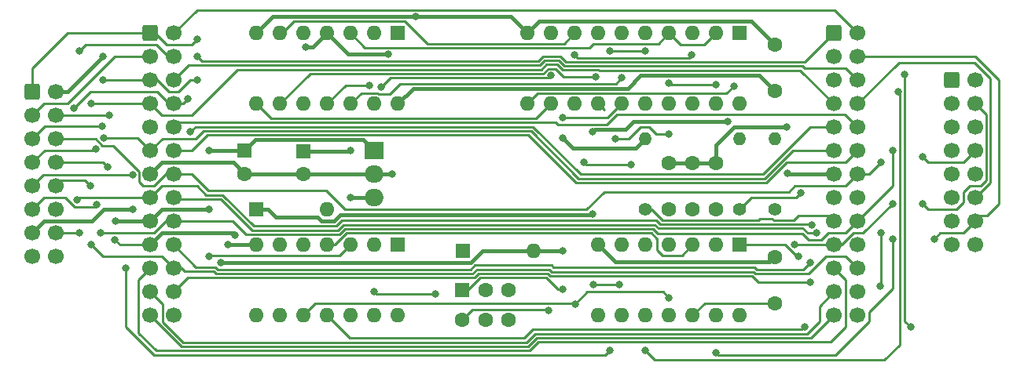
<source format=gbr>
%TF.GenerationSoftware,KiCad,Pcbnew,7.0.8-7.0.8~ubuntu23.04.1*%
%TF.CreationDate,2023-10-12T07:19:43+02:00*%
%TF.ProjectId,databoard_5048,64617461-626f-4617-9264-5f353034382e,rev?*%
%TF.SameCoordinates,Original*%
%TF.FileFunction,Copper,L2,Bot*%
%TF.FilePolarity,Positive*%
%FSLAX46Y46*%
G04 Gerber Fmt 4.6, Leading zero omitted, Abs format (unit mm)*
G04 Created by KiCad (PCBNEW 7.0.8-7.0.8~ubuntu23.04.1) date 2023-10-12 07:19:43*
%MOMM*%
%LPD*%
G01*
G04 APERTURE LIST*
G04 Aperture macros list*
%AMRoundRect*
0 Rectangle with rounded corners*
0 $1 Rounding radius*
0 $2 $3 $4 $5 $6 $7 $8 $9 X,Y pos of 4 corners*
0 Add a 4 corners polygon primitive as box body*
4,1,4,$2,$3,$4,$5,$6,$7,$8,$9,$2,$3,0*
0 Add four circle primitives for the rounded corners*
1,1,$1+$1,$2,$3*
1,1,$1+$1,$4,$5*
1,1,$1+$1,$6,$7*
1,1,$1+$1,$8,$9*
0 Add four rect primitives between the rounded corners*
20,1,$1+$1,$2,$3,$4,$5,0*
20,1,$1+$1,$4,$5,$6,$7,0*
20,1,$1+$1,$6,$7,$8,$9,0*
20,1,$1+$1,$8,$9,$2,$3,0*%
G04 Aperture macros list end*
%TA.AperFunction,ComponentPad*%
%ADD10R,1.600000X1.600000*%
%TD*%
%TA.AperFunction,ComponentPad*%
%ADD11C,1.600000*%
%TD*%
%TA.AperFunction,ComponentPad*%
%ADD12R,2.000000X1.905000*%
%TD*%
%TA.AperFunction,ComponentPad*%
%ADD13O,2.000000X1.905000*%
%TD*%
%TA.AperFunction,ComponentPad*%
%ADD14O,1.600000X1.600000*%
%TD*%
%TA.AperFunction,ComponentPad*%
%ADD15C,1.400000*%
%TD*%
%TA.AperFunction,ComponentPad*%
%ADD16O,1.400000X1.400000*%
%TD*%
%TA.AperFunction,ComponentPad*%
%ADD17RoundRect,0.250000X-0.600000X-0.600000X0.600000X-0.600000X0.600000X0.600000X-0.600000X0.600000X0*%
%TD*%
%TA.AperFunction,ComponentPad*%
%ADD18C,1.700000*%
%TD*%
%TA.AperFunction,ViaPad*%
%ADD19C,0.800000*%
%TD*%
%TA.AperFunction,Conductor*%
%ADD20C,0.250000*%
%TD*%
%TA.AperFunction,Conductor*%
%ADD21C,0.400000*%
%TD*%
G04 APERTURE END LIST*
D10*
%TO.P,C1,1*%
%TO.N,+12V*%
X71120000Y-83820000D03*
D11*
%TO.P,C1,2*%
%TO.N,GND*%
X71120000Y-86320000D03*
%TD*%
D12*
%TO.P,U1,1,IN*%
%TO.N,+12V*%
X85090000Y-83820000D03*
D13*
%TO.P,U1,2,GND*%
%TO.N,GND*%
X85090000Y-86360000D03*
%TO.P,U1,3,OUT*%
%TO.N,+5V*%
X85090000Y-88900000D03*
%TD*%
D10*
%TO.P,U5,1,~{CLR}*%
%TO.N,Net-(U5A-~{CLR})*%
X124460000Y-71120000D03*
D14*
%TO.P,U5,2,J*%
%TO.N,Net-(U5A-J)*%
X121920000Y-71120000D03*
%TO.P,U5,3,C*%
%TO.N,Net-(U3A-OUT)*%
X119380000Y-71120000D03*
%TO.P,U5,4,K*%
%TO.N,Net-(U5A-J)*%
X116840000Y-71120000D03*
%TO.P,U5,5,Q*%
%TO.N,Net-(SW1B-A)*%
X114300000Y-71120000D03*
%TO.P,U5,6,Q*%
%TO.N,Net-(U5B-Q)*%
X111760000Y-71120000D03*
%TO.P,U5,7,K*%
%TO.N,Net-(U5B-J)*%
X109220000Y-71120000D03*
%TO.P,U5,8,C*%
%TO.N,Net-(U5B-C)*%
X106680000Y-71120000D03*
%TO.P,U5,9,J*%
%TO.N,Net-(U5B-J)*%
X104140000Y-71120000D03*
%TO.P,U5,10,GND*%
%TO.N,GND*%
X101600000Y-71120000D03*
%TO.P,U5,11,~{PRE}*%
%TO.N,Net-(U5A-~{CLR})*%
X101600000Y-78740000D03*
%TO.P,U5,12,J*%
%TO.N,Net-(U5C-J)*%
X104140000Y-78740000D03*
%TO.P,U5,13,C*%
%TO.N,Net-(U3D-OUT)*%
X106680000Y-78740000D03*
%TO.P,U5,14,K*%
%TO.N,Net-(SW1A-C)*%
X109220000Y-78740000D03*
%TO.P,U5,15,Q*%
%TO.N,Net-(SW1A-A)*%
X111760000Y-78740000D03*
%TO.P,U5,16,Q*%
%TO.N,Net-(U5B-J)*%
X114300000Y-78740000D03*
%TO.P,U5,17,K*%
%TO.N,Net-(SW1B-C)*%
X116840000Y-78740000D03*
%TO.P,U5,18,C*%
%TO.N,Net-(U5B-C)*%
X119380000Y-78740000D03*
%TO.P,U5,19,J*%
%TO.N,Net-(SW1B-C)*%
X121920000Y-78740000D03*
%TO.P,U5,20,VCC*%
%TO.N,+5V*%
X124460000Y-78740000D03*
%TD*%
D10*
%TO.P,D2,1,K*%
%TO.N,-12V*%
X72390000Y-90170000D03*
D14*
%TO.P,D2,2,A*%
%TO.N,Net-(D2-A)*%
X80010000Y-90170000D03*
%TD*%
D15*
%TO.P,R2,1*%
%TO.N,/3_+12V*%
X114300000Y-90170000D03*
D16*
%TO.P,R2,2*%
%TO.N,+12V*%
X114300000Y-82550000D03*
%TD*%
D10*
%TO.P,SW1,1,A*%
%TO.N,Net-(SW1A-A)*%
X94568000Y-98908000D03*
D11*
%TO.P,SW1,2,B*%
%TO.N,Net-(SW1A-B)*%
X97068000Y-98908000D03*
%TO.P,SW1,3,C*%
%TO.N,Net-(SW1A-C)*%
X99568000Y-98908000D03*
%TO.P,SW1,4,A*%
%TO.N,Net-(SW1B-A)*%
X94568000Y-102108000D03*
%TO.P,SW1,5,B*%
%TO.N,Net-(SW1B-B)*%
X97068000Y-102108000D03*
%TO.P,SW1,6,C*%
%TO.N,Net-(SW1B-C)*%
X99568000Y-102108000D03*
%TD*%
D15*
%TO.P,R1,1*%
%TO.N,+5V*%
X128270000Y-90170000D03*
D16*
%TO.P,R1,2*%
%TO.N,Net-(U5A-~{CLR})*%
X128270000Y-82550000D03*
%TD*%
D17*
%TO.P,J2,1,Pin_1*%
%TO.N,/1_1*%
X48260000Y-77470000D03*
D18*
%TO.P,J2,2,Pin_2*%
%TO.N,+12V*%
X50800000Y-77470000D03*
%TO.P,J2,3,Pin_3*%
%TO.N,/1_3*%
X48260000Y-80010000D03*
%TO.P,J2,4,Pin_4*%
%TO.N,-12V*%
X50800000Y-80010000D03*
%TO.P,J2,5,Pin_5*%
%TO.N,/1_5*%
X48260000Y-82550000D03*
%TO.P,J2,6,Pin_6*%
%TO.N,/1_6*%
X50800000Y-82550000D03*
%TO.P,J2,7,Pin_7*%
%TO.N,/1_7*%
X48260000Y-85090000D03*
%TO.P,J2,8,Pin_8*%
%TO.N,/1_8*%
X50800000Y-85090000D03*
%TO.P,J2,9,Pin_9*%
%TO.N,/1_9*%
X48260000Y-87630000D03*
%TO.P,J2,10,Pin_10*%
%TO.N,/1_10*%
X50800000Y-87630000D03*
%TO.P,J2,11,Pin_11*%
%TO.N,/1_11*%
X48260000Y-90170000D03*
%TO.P,J2,12,Pin_12*%
%TO.N,/1_12*%
X50800000Y-90170000D03*
%TO.P,J2,13,Pin_13*%
%TO.N,GND*%
X48260000Y-92710000D03*
%TO.P,J2,14,Pin_14*%
%TO.N,/1_14*%
X50800000Y-92710000D03*
%TO.P,J2,15,Pin_15*%
%TO.N,/1_15*%
X48260000Y-95250000D03*
%TO.P,J2,16,Pin_16*%
%TO.N,unconnected-(J2-Pin_16-Pad16)*%
X50800000Y-95250000D03*
%TD*%
D11*
%TO.P,C7,1*%
%TO.N,Net-(U3A-ENABLE)*%
X121920000Y-90130000D03*
%TO.P,C7,2*%
%TO.N,GND*%
X121920000Y-85130000D03*
%TD*%
D17*
%TO.P,J4,1,Pin_1*%
%TO.N,/1_1*%
X147320000Y-76200000D03*
D18*
%TO.P,J4,2,Pin_2*%
%TO.N,/3_+12V*%
X149860000Y-76200000D03*
%TO.P,J4,3,Pin_3*%
%TO.N,/3_3*%
X147320000Y-78740000D03*
%TO.P,J4,4,Pin_4*%
%TO.N,/3_4*%
X149860000Y-78740000D03*
%TO.P,J4,5,Pin_5*%
%TO.N,/3_5*%
X147320000Y-81280000D03*
%TO.P,J4,6,Pin_6*%
%TO.N,/1_6*%
X149860000Y-81280000D03*
%TO.P,J4,7,Pin_7*%
%TO.N,/1_7*%
X147320000Y-83820000D03*
%TO.P,J4,8,Pin_8*%
%TO.N,/1_8*%
X149860000Y-83820000D03*
%TO.P,J4,9,Pin_9*%
%TO.N,/1_9*%
X147320000Y-86360000D03*
%TO.P,J4,10,Pin_10*%
%TO.N,/1_10*%
X149860000Y-86360000D03*
%TO.P,J4,11,Pin_11*%
%TO.N,/1_11*%
X147320000Y-88900000D03*
%TO.P,J4,12,Pin_12*%
%TO.N,/3_12*%
X149860000Y-88900000D03*
%TO.P,J4,13,Pin_13*%
%TO.N,GND*%
X147320000Y-91440000D03*
%TO.P,J4,14,Pin_14*%
%TO.N,/3_14*%
X149860000Y-91440000D03*
%TO.P,J4,15,Pin_15*%
%TO.N,/1_15*%
X147320000Y-93980000D03*
%TO.P,J4,16,Pin_16*%
%TO.N,unconnected-(J4-Pin_16-Pad16)*%
X149860000Y-93980000D03*
%TD*%
D15*
%TO.P,R3,1*%
%TO.N,/3_4*%
X124460000Y-90170000D03*
D16*
%TO.P,R3,2*%
%TO.N,-12V*%
X124460000Y-82550000D03*
%TD*%
D10*
%TO.P,U3,1,E-*%
%TO.N,/3_12*%
X124460000Y-93980000D03*
D14*
%TO.P,U3,2,ENABLE*%
%TO.N,Net-(U3A-ENABLE)*%
X121920000Y-93980000D03*
%TO.P,U3,3,OUT*%
%TO.N,Net-(U3A-OUT)*%
X119380000Y-93980000D03*
%TO.P,U3,4,E-*%
%TO.N,/1_3*%
X116840000Y-93980000D03*
%TO.P,U3,5,ENABLE*%
%TO.N,Net-(U3B-ENABLE)*%
X114300000Y-93980000D03*
%TO.P,U3,6,OUT*%
%TO.N,Net-(SW1A-C)*%
X111760000Y-93980000D03*
%TO.P,U3,7,GND*%
%TO.N,GND*%
X109220000Y-93980000D03*
%TO.P,U3,8,OUT*%
%TO.N,Net-(SW1B-C)*%
X109220000Y-101600000D03*
%TO.P,U3,9,ENABLE*%
%TO.N,Net-(U3C-ENABLE)*%
X111760000Y-101600000D03*
%TO.P,U3,10,E-*%
%TO.N,/3_5*%
X114300000Y-101600000D03*
%TO.P,U3,11,OUT*%
%TO.N,Net-(U3D-OUT)*%
X116840000Y-101600000D03*
%TO.P,U3,12,ENABLE*%
%TO.N,Net-(U3D-ENABLE)*%
X119380000Y-101600000D03*
%TO.P,U3,13,E-*%
%TO.N,/3_14*%
X121920000Y-101600000D03*
%TO.P,U3,14,VCC*%
%TO.N,+5V*%
X124460000Y-101600000D03*
%TD*%
D10*
%TO.P,U2,1*%
%TO.N,+5V*%
X87635000Y-71130000D03*
D14*
%TO.P,U2,2*%
%TO.N,Net-(U2-Pad11)*%
X85095000Y-71130000D03*
%TO.P,U2,3*%
%TO.N,Net-(U5A-J)*%
X82555000Y-71130000D03*
%TO.P,U2,4*%
%TO.N,+5V*%
X80015000Y-71130000D03*
%TO.P,U2,5*%
%TO.N,Net-(U3A-OUT)*%
X77475000Y-71130000D03*
%TO.P,U2,6*%
%TO.N,Net-(U5B-C)*%
X74935000Y-71130000D03*
%TO.P,U2,7,GND*%
%TO.N,GND*%
X72395000Y-71130000D03*
%TO.P,U2,8*%
%TO.N,Net-(U5C-J)*%
X72395000Y-78750000D03*
%TO.P,U2,9*%
%TO.N,Net-(SW1A-C)*%
X74935000Y-78750000D03*
%TO.P,U2,10*%
%TO.N,+5V*%
X77475000Y-78750000D03*
%TO.P,U2,11*%
%TO.N,Net-(U2-Pad11)*%
X80015000Y-78750000D03*
%TO.P,U2,12*%
%TO.N,Net-(U5B-Q)*%
X82555000Y-78750000D03*
%TO.P,U2,13*%
%TO.N,Net-(U5B-J)*%
X85095000Y-78750000D03*
%TO.P,U2,14,VCC*%
%TO.N,+5V*%
X87635000Y-78750000D03*
%TD*%
D17*
%TO.P,J3,1,Pin_1*%
%TO.N,/1_1*%
X134620000Y-71120000D03*
D18*
%TO.P,J3,2,Pin_2*%
%TO.N,/2_2*%
X137160000Y-71120000D03*
%TO.P,J3,3,Pin_3*%
%TO.N,/3_3*%
X134620000Y-73660000D03*
%TO.P,J3,4,Pin_4*%
%TO.N,/3_14*%
X137160000Y-73660000D03*
%TO.P,J3,5,Pin_5*%
%TO.N,/3_5*%
X134620000Y-76200000D03*
%TO.P,J3,6,Pin_6*%
%TO.N,/2_6*%
X137160000Y-76200000D03*
%TO.P,J3,7,Pin_7*%
%TO.N,/1_7*%
X134620000Y-78740000D03*
%TO.P,J3,8,Pin_8*%
%TO.N,/3_12*%
X137160000Y-78740000D03*
%TO.P,J3,9,Pin_9*%
%TO.N,/1_9*%
X134620000Y-81280000D03*
%TO.P,J3,10,Pin_10*%
%TO.N,/2_10*%
X137160000Y-81280000D03*
%TO.P,J3,11,Pin_11*%
%TO.N,/1_11*%
X134620000Y-83820000D03*
%TO.P,J3,12,Pin_12*%
%TO.N,/2_12*%
X137160000Y-83820000D03*
%TO.P,J3,13,Pin_13*%
%TO.N,GND*%
X134620000Y-86360000D03*
%TO.P,J3,14,Pin_14*%
%TO.N,/1_6*%
X137160000Y-86360000D03*
%TO.P,J3,15,Pin_15*%
%TO.N,/1_15*%
X134620000Y-88900000D03*
%TO.P,J3,16,Pin_16*%
%TO.N,/2_16*%
X137160000Y-88900000D03*
%TO.P,J3,17,Pin_17*%
%TO.N,/3_+12V*%
X134620000Y-91440000D03*
%TO.P,J3,18,Pin_18*%
%TO.N,/1_8*%
X137160000Y-91440000D03*
%TO.P,J3,19,Pin_19*%
%TO.N,/3_4*%
X134620000Y-93980000D03*
%TO.P,J3,20,Pin_20*%
%TO.N,/2_20*%
X137160000Y-93980000D03*
%TO.P,J3,21,Pin_21*%
%TO.N,/2_21*%
X134620000Y-96520000D03*
%TO.P,J3,22,Pin_22*%
%TO.N,/1_10*%
X137160000Y-96520000D03*
%TO.P,J3,23,Pin_23*%
%TO.N,/2_23*%
X134620000Y-99060000D03*
%TO.P,J3,24,Pin_24*%
%TO.N,/2_24*%
X137160000Y-99060000D03*
%TO.P,J3,25,Pin_25*%
%TO.N,/2_25*%
X134620000Y-101600000D03*
%TO.P,J3,26,Pin_26*%
%TO.N,unconnected-(J3-Pin_26-Pad26)*%
X137160000Y-101600000D03*
%TD*%
D10*
%TO.P,C2,1*%
%TO.N,+5V*%
X77470000Y-83860000D03*
D11*
%TO.P,C2,2*%
%TO.N,GND*%
X77470000Y-86360000D03*
%TD*%
D17*
%TO.P,J1,1,Pin_1*%
%TO.N,/1_1*%
X60960000Y-71120000D03*
D18*
%TO.P,J1,2,Pin_2*%
%TO.N,/2_2*%
X63500000Y-71120000D03*
%TO.P,J1,3,Pin_3*%
%TO.N,/1_3*%
X60960000Y-73660000D03*
%TO.P,J1,4,Pin_4*%
%TO.N,/1_14*%
X63500000Y-73660000D03*
%TO.P,J1,5,Pin_5*%
%TO.N,/1_5*%
X60960000Y-76200000D03*
%TO.P,J1,6,Pin_6*%
%TO.N,/2_6*%
X63500000Y-76200000D03*
%TO.P,J1,7,Pin_7*%
%TO.N,/1_7*%
X60960000Y-78740000D03*
%TO.P,J1,8,Pin_8*%
%TO.N,/1_12*%
X63500000Y-78740000D03*
%TO.P,J1,9,Pin_9*%
%TO.N,/1_9*%
X60960000Y-81280000D03*
%TO.P,J1,10,Pin_10*%
%TO.N,/2_10*%
X63500000Y-81280000D03*
%TO.P,J1,11,Pin_11*%
%TO.N,/1_11*%
X60960000Y-83820000D03*
%TO.P,J1,12,Pin_12*%
%TO.N,/2_12*%
X63500000Y-83820000D03*
%TO.P,J1,13,Pin_13*%
%TO.N,GND*%
X60960000Y-86360000D03*
%TO.P,J1,14,Pin_14*%
%TO.N,/1_6*%
X63500000Y-86360000D03*
%TO.P,J1,15,Pin_15*%
%TO.N,/1_15*%
X60960000Y-88900000D03*
%TO.P,J1,16,Pin_16*%
%TO.N,/2_16*%
X63500000Y-88900000D03*
%TO.P,J1,17,Pin_17*%
%TO.N,+12V*%
X60960000Y-91440000D03*
%TO.P,J1,18,Pin_18*%
%TO.N,/1_8*%
X63500000Y-91440000D03*
%TO.P,J1,19,Pin_19*%
%TO.N,-12V*%
X60960000Y-93980000D03*
%TO.P,J1,20,Pin_20*%
%TO.N,/2_20*%
X63500000Y-93980000D03*
%TO.P,J1,21,Pin_21*%
%TO.N,/2_21*%
X60960000Y-96520000D03*
%TO.P,J1,22,Pin_22*%
%TO.N,/1_10*%
X63500000Y-96520000D03*
%TO.P,J1,23,Pin_23*%
%TO.N,/2_23*%
X60960000Y-99060000D03*
%TO.P,J1,24,Pin_24*%
%TO.N,/2_24*%
X63500000Y-99060000D03*
%TO.P,J1,25,Pin_25*%
%TO.N,/2_25*%
X60960000Y-101600000D03*
%TO.P,J1,26,Pin_26*%
%TO.N,unconnected-(J1-Pin_26-Pad26)*%
X63500000Y-101600000D03*
%TD*%
D11*
%TO.P,C5,1*%
%TO.N,Net-(U3D-ENABLE)*%
X128270000Y-100290000D03*
%TO.P,C5,2*%
%TO.N,GND*%
X128270000Y-95290000D03*
%TD*%
%TO.P,C6,1*%
%TO.N,Net-(U3C-ENABLE)*%
X119380000Y-90130000D03*
%TO.P,C6,2*%
%TO.N,GND*%
X119380000Y-85130000D03*
%TD*%
%TO.P,C3,1*%
%TO.N,+5V*%
X128270000Y-77390000D03*
%TO.P,C3,2*%
%TO.N,GND*%
X128270000Y-72390000D03*
%TD*%
%TO.P,C4,1*%
%TO.N,Net-(U3B-ENABLE)*%
X116840000Y-90130000D03*
%TO.P,C4,2*%
%TO.N,GND*%
X116840000Y-85130000D03*
%TD*%
D10*
%TO.P,U4,1,VDD-*%
%TO.N,Net-(D2-A)*%
X87630000Y-93980000D03*
D14*
%TO.P,U4,2*%
%TO.N,Net-(SW1B-B)*%
X85090000Y-93980000D03*
%TO.P,U4,3*%
%TO.N,/1_5*%
X82550000Y-93980000D03*
%TO.P,U4,4*%
%TO.N,Net-(U3A-OUT)*%
X80010000Y-93980000D03*
%TO.P,U4,5*%
X77470000Y-93980000D03*
%TO.P,U4,6*%
%TO.N,/1_12*%
X74930000Y-93980000D03*
%TO.P,U4,7,VSS*%
%TO.N,GND*%
X72390000Y-93980000D03*
%TO.P,U4,8*%
%TO.N,/1_14*%
X72390000Y-101600000D03*
%TO.P,U4,9*%
%TO.N,Net-(U3D-OUT)*%
X74930000Y-101600000D03*
%TO.P,U4,10*%
X77470000Y-101600000D03*
%TO.P,U4,11*%
%TO.N,/3_3*%
X80010000Y-101600000D03*
%TO.P,U4,12*%
%TO.N,Net-(SW1A-B)*%
X82550000Y-101600000D03*
%TO.P,U4,13*%
X85090000Y-101600000D03*
%TO.P,U4,14,VDD*%
%TO.N,Net-(D1-K)*%
X87630000Y-101600000D03*
%TD*%
D10*
%TO.P,D1,1,K*%
%TO.N,Net-(D1-K)*%
X94615000Y-94615000D03*
D14*
%TO.P,D1,2,A*%
%TO.N,+12V*%
X102235000Y-94615000D03*
%TD*%
D19*
%TO.N,GND*%
X69342000Y-93980000D03*
X129623594Y-86263829D03*
X59055000Y-90170000D03*
X89565969Y-69342000D03*
X129569500Y-81250512D03*
X86995000Y-86360000D03*
%TO.N,+12V*%
X105410000Y-82460000D03*
X55880000Y-73660000D03*
X67310000Y-90170000D03*
X68535291Y-95911000D03*
X67310000Y-83820000D03*
X57240000Y-91440004D03*
X105410000Y-94615000D03*
%TO.N,-12V*%
X108585000Y-90635000D03*
X56515000Y-80010000D03*
X123190000Y-80645000D03*
X108585000Y-81788000D03*
X57150000Y-93435000D03*
X70104000Y-92964000D03*
%TO.N,/1_1*%
X66040000Y-73660000D03*
X66040000Y-71755000D03*
%TO.N,/1_3*%
X110489990Y-105410000D03*
X58330000Y-96520000D03*
%TO.N,/1_14*%
X53340000Y-73025000D03*
X53340000Y-92710000D03*
%TO.N,/1_5*%
X67310000Y-95250000D03*
X55797515Y-81145283D03*
X66040000Y-76200000D03*
X55880000Y-76200000D03*
%TO.N,/1_7*%
X54610000Y-78740000D03*
X55148913Y-83640000D03*
%TO.N,/1_12*%
X52705000Y-79248000D03*
X65024000Y-78232000D03*
%TO.N,/1_9*%
X59058531Y-86420573D03*
X65278000Y-81788000D03*
%TO.N,/1_11*%
X55996352Y-82436828D03*
X55155000Y-89625000D03*
%TO.N,/1_6*%
X139700000Y-85090000D03*
%TO.N,/1_15*%
X132211113Y-91815808D03*
X53086000Y-89154000D03*
%TO.N,/2_16*%
X132715000Y-92710000D03*
%TO.N,/1_8*%
X144145000Y-84455000D03*
X140970000Y-83820000D03*
X56388000Y-85598000D03*
X55626002Y-92710000D03*
%TO.N,/2_20*%
X132080000Y-95885000D03*
%TO.N,/1_10*%
X54610000Y-93980000D03*
X54520000Y-87630000D03*
%TO.N,/2_24*%
X132080000Y-98044000D03*
%TO.N,/3_3*%
X142875000Y-102870000D03*
X131445000Y-102849000D03*
X142240000Y-75565000D03*
%TO.N,/3_14*%
X140970000Y-93345000D03*
X121920002Y-105664000D03*
X145415000Y-93345000D03*
%TO.N,/3_5*%
X114300000Y-105410000D03*
X141515000Y-77470000D03*
%TO.N,/3_12*%
X130810000Y-95250000D03*
%TO.N,/3_4*%
X140970000Y-89535000D03*
X130347325Y-93979300D03*
X131064000Y-88392000D03*
X144145000Y-89535000D03*
%TO.N,/3_+12V*%
X139610000Y-98425000D03*
X139700000Y-92710000D03*
%TO.N,+5V*%
X82550000Y-83820000D03*
X77724000Y-72644000D03*
X86614000Y-73406000D03*
X82550000Y-88900000D03*
%TO.N,Net-(U5A-~{CLR})*%
X123825000Y-76835000D03*
%TO.N,Net-(SW1A-C)*%
X108992641Y-75840000D03*
X108712000Y-98298000D03*
X111506000Y-98298000D03*
%TO.N,Net-(SW1B-C)*%
X116840000Y-82005000D03*
X116840000Y-76492000D03*
X111035000Y-82550000D03*
X121920000Y-76708000D03*
%TO.N,Net-(U3D-OUT)*%
X106720767Y-100367000D03*
X116840000Y-99695000D03*
%TO.N,Net-(SW1B-B)*%
X91698653Y-99318653D03*
X85090000Y-99060000D03*
%TO.N,Net-(SW1B-A)*%
X103886000Y-101092000D03*
X112776000Y-85344000D03*
X107696000Y-85090000D03*
%TO.N,Net-(U5B-Q)*%
X111760000Y-75946000D03*
%TO.N,Net-(U5B-J)*%
X110490000Y-73025000D03*
X114300000Y-73025000D03*
X104140000Y-75692000D03*
X85836968Y-76938031D03*
%TO.N,Net-(U5B-C)*%
X119307474Y-73495000D03*
X106680000Y-73443000D03*
%TO.N,Net-(SW1A-A)*%
X105410000Y-80264000D03*
X105410000Y-98806000D03*
%TO.N,Net-(U2-Pad11)*%
X84582000Y-76751000D03*
%TD*%
D20*
%TO.N,Net-(U3D-OUT)*%
X116840000Y-99695000D02*
X116205000Y-99060000D01*
X116205000Y-99060000D02*
X108027767Y-99060000D01*
X108027767Y-99060000D02*
X106720767Y-100367000D01*
%TO.N,/1_6*%
X109855000Y-88265000D02*
X129784695Y-88265000D01*
X81922500Y-90177500D02*
X107942500Y-90177500D01*
X130419695Y-87630000D02*
X135890000Y-87630000D01*
X65406396Y-86360000D02*
X67184396Y-88138000D01*
X63500000Y-86360000D02*
X65406396Y-86360000D01*
D21*
%TO.N,-12V*%
X108440000Y-90780000D02*
X108585000Y-90635000D01*
D20*
%TO.N,/1_6*%
X67184396Y-88138000D02*
X79883000Y-88138000D01*
X79883000Y-88138000D02*
X81922500Y-90177500D01*
X135890000Y-87630000D02*
X137160000Y-86360000D01*
X107942500Y-90177500D02*
X109855000Y-88265000D01*
D21*
%TO.N,-12V*%
X74470000Y-90980000D02*
X78959028Y-90980000D01*
X72390000Y-90170000D02*
X73660000Y-90170000D01*
X78959028Y-90980000D02*
X79409028Y-91430000D01*
X79409028Y-91430000D02*
X80782000Y-91430000D01*
X73660000Y-90170000D02*
X74470000Y-90980000D01*
D20*
%TO.N,/1_6*%
X129784695Y-88265000D02*
X130419695Y-87630000D01*
D21*
%TO.N,-12V*%
X80782000Y-91430000D02*
X81432000Y-90780000D01*
X81432000Y-90780000D02*
X108440000Y-90780000D01*
D20*
%TO.N,/1_15*%
X60960000Y-88900000D02*
X62230000Y-87630000D01*
X72115380Y-91955000D02*
X80999462Y-91955000D01*
X62230000Y-87630000D02*
X66040000Y-87630000D01*
X66040000Y-87630000D02*
X66998000Y-88588000D01*
X66998000Y-88588000D02*
X68748380Y-88588000D01*
X68748380Y-88588000D02*
X72115380Y-91955000D01*
X132140305Y-91745000D02*
X132211113Y-91815808D01*
X80999462Y-91955000D02*
X81594462Y-91360000D01*
X115879188Y-91745000D02*
X132140305Y-91745000D01*
X81594462Y-91360000D02*
X115494188Y-91360000D01*
X115494188Y-91360000D02*
X115879188Y-91745000D01*
D21*
%TO.N,GND*%
X62230000Y-85090000D02*
X69890000Y-85090000D01*
X77470000Y-86360000D02*
X71160000Y-86360000D01*
X60960000Y-86360000D02*
X62230000Y-85090000D01*
X121920000Y-85130000D02*
X121920000Y-83185000D01*
X123854488Y-81250512D02*
X129569500Y-81250512D01*
X101600000Y-71120000D02*
X102870000Y-69850000D01*
X99805000Y-69325000D02*
X101600000Y-71120000D01*
X111092129Y-95852129D02*
X127707871Y-95852129D01*
X125730000Y-69850000D02*
X128270000Y-72390000D01*
X69890000Y-85090000D02*
X71120000Y-86320000D01*
X55929652Y-90170000D02*
X54659652Y-91440000D01*
X129719765Y-86360000D02*
X129623594Y-86263829D01*
X127707871Y-95852129D02*
X128270000Y-95290000D01*
X54659652Y-91440000D02*
X49530000Y-91440000D01*
X121920000Y-83185000D02*
X123854488Y-81250512D01*
X72395000Y-71130000D02*
X74200000Y-69325000D01*
X74200000Y-69325000D02*
X99805000Y-69325000D01*
X134620000Y-86360000D02*
X129719765Y-86360000D01*
X71160000Y-86360000D02*
X71120000Y-86320000D01*
X102870000Y-69850000D02*
X125730000Y-69850000D01*
X85090000Y-86360000D02*
X86995000Y-86360000D01*
X72390000Y-93980000D02*
X69342000Y-93980000D01*
X109220000Y-93980000D02*
X111092129Y-95852129D01*
X49530000Y-91440000D02*
X48260000Y-92710000D01*
X85090000Y-86360000D02*
X77470000Y-86360000D01*
X59055000Y-90170000D02*
X55929652Y-90170000D01*
X116840000Y-85130000D02*
X121920000Y-85130000D01*
D20*
%TO.N,Net-(U3D-ENABLE)*%
X119380000Y-101600000D02*
X120690000Y-100290000D01*
X120690000Y-100290000D02*
X128270000Y-100290000D01*
D21*
%TO.N,+12V*%
X60960000Y-91440000D02*
X62230000Y-90170000D01*
X95493350Y-95911000D02*
X68535291Y-95911000D01*
X52070000Y-77470000D02*
X55880000Y-73660000D01*
X50800000Y-77470000D02*
X52070000Y-77470000D01*
X102235000Y-94615000D02*
X105410000Y-94615000D01*
X113284000Y-83566000D02*
X106516000Y-83566000D01*
X102235000Y-94615000D02*
X96789350Y-94615000D01*
X72290000Y-82650000D02*
X83920000Y-82650000D01*
X71120000Y-83820000D02*
X67310000Y-83820000D01*
X106516000Y-83566000D02*
X105410000Y-82460000D01*
X62230000Y-90170000D02*
X67310000Y-90170000D01*
X57240004Y-91440000D02*
X57240000Y-91440004D01*
X96789350Y-94615000D02*
X95493350Y-95911000D01*
X71120000Y-83820000D02*
X72290000Y-82650000D01*
X60960000Y-91440000D02*
X57240004Y-91440000D01*
X83920000Y-82650000D02*
X85090000Y-83820000D01*
X114300000Y-82550000D02*
X113284000Y-83566000D01*
%TO.N,-12V*%
X108859000Y-81514000D02*
X108585000Y-81788000D01*
X60960000Y-93980000D02*
X62230000Y-92710000D01*
D20*
X50800000Y-80010000D02*
X55635305Y-80010000D01*
X60960000Y-93980000D02*
X57695000Y-93980000D01*
D21*
X62230000Y-92710000D02*
X69850000Y-92710000D01*
X69850000Y-92710000D02*
X70104000Y-92964000D01*
X112162396Y-81514000D02*
X108859000Y-81514000D01*
X123190000Y-80645000D02*
X113031396Y-80645000D01*
X113031396Y-80645000D02*
X112162396Y-81514000D01*
D20*
X57695000Y-93980000D02*
X57150000Y-93435000D01*
X55635305Y-80010000D02*
X56515000Y-80010000D01*
%TO.N,/1_1*%
X134620000Y-71120000D02*
X131520000Y-74220000D01*
X60960000Y-71120000D02*
X52070000Y-71120000D01*
X103280507Y-73617000D02*
X102751507Y-74146000D01*
X109665738Y-74215000D02*
X105759231Y-74215000D01*
X48260000Y-74930000D02*
X48260000Y-77470000D01*
X105161231Y-73617000D02*
X103280507Y-73617000D01*
X131520000Y-74220000D02*
X109670738Y-74220000D01*
X102751507Y-74146000D02*
X66526000Y-74146000D01*
X52070000Y-71120000D02*
X48260000Y-74930000D01*
X105759231Y-74215000D02*
X105161231Y-73617000D01*
X66040000Y-71755000D02*
X65405000Y-72390000D01*
X66526000Y-74146000D02*
X66040000Y-73660000D01*
X65405000Y-72390000D02*
X62738000Y-72390000D01*
X61468000Y-71120000D02*
X60960000Y-71120000D01*
X62738000Y-72390000D02*
X61468000Y-71120000D01*
X109670738Y-74220000D02*
X109665738Y-74215000D01*
%TO.N,/2_2*%
X134657000Y-68617000D02*
X66003000Y-68617000D01*
X137160000Y-71120000D02*
X134657000Y-68617000D01*
X66003000Y-68617000D02*
X63500000Y-71120000D01*
%TO.N,/1_3*%
X57150000Y-73660000D02*
X60960000Y-73660000D01*
X58330000Y-102870000D02*
X58330000Y-96520000D01*
X49530000Y-78740000D02*
X52070000Y-78740000D01*
X110489990Y-105410000D02*
X109981990Y-105918000D01*
X109981990Y-105918000D02*
X61378000Y-105918000D01*
X48260000Y-80010000D02*
X49530000Y-78740000D01*
X52070000Y-78740000D02*
X57150000Y-73660000D01*
X61378000Y-105918000D02*
X58330000Y-102870000D01*
%TO.N,/1_14*%
X62865000Y-73660000D02*
X61595000Y-72390000D01*
X53340000Y-92710000D02*
X50800000Y-92710000D01*
X63500000Y-73660000D02*
X62865000Y-73660000D01*
X61595000Y-72390000D02*
X53975000Y-72390000D01*
X53975000Y-72390000D02*
X53340000Y-73025000D01*
%TO.N,/1_5*%
X81370000Y-95160000D02*
X82550000Y-93980000D01*
X49612827Y-81197173D02*
X55745625Y-81197173D01*
X65278000Y-76200000D02*
X64008000Y-77470000D01*
X61722000Y-76200000D02*
X60960000Y-76200000D01*
X60960000Y-76200000D02*
X55880000Y-76200000D01*
X67400000Y-95160000D02*
X81370000Y-95160000D01*
X55745625Y-81197173D02*
X55797515Y-81145283D01*
X62992000Y-77470000D02*
X61722000Y-76200000D01*
X48260000Y-82550000D02*
X49612827Y-81197173D01*
X66040000Y-76200000D02*
X65278000Y-76200000D01*
X64008000Y-77470000D02*
X62992000Y-77470000D01*
X67310000Y-95250000D02*
X67400000Y-95160000D01*
%TO.N,/2_6*%
X102937903Y-74596000D02*
X103466903Y-74067000D01*
X135890000Y-74930000D02*
X137160000Y-76200000D01*
X104974835Y-74067000D02*
X105572835Y-74665000D01*
X65104000Y-74596000D02*
X102937903Y-74596000D01*
X63500000Y-76200000D02*
X65104000Y-74596000D01*
X103466903Y-74067000D02*
X104974835Y-74067000D01*
X105572835Y-74665000D02*
X109479342Y-74665000D01*
X109479342Y-74665000D02*
X109484342Y-74670000D01*
X109484342Y-74670000D02*
X131186396Y-74670000D01*
X131446396Y-74930000D02*
X135890000Y-74930000D01*
X131186396Y-74670000D02*
X131446396Y-74930000D01*
%TO.N,/1_7*%
X104788439Y-74517000D02*
X105386439Y-75115000D01*
X60960000Y-78740000D02*
X54610000Y-78740000D01*
X62230000Y-80010000D02*
X65405000Y-80010000D01*
X65405000Y-80010000D02*
X70369000Y-75046000D01*
X48260000Y-85090000D02*
X49583863Y-83766137D01*
X103653299Y-74517000D02*
X104788439Y-74517000D01*
X109292946Y-75115000D02*
X109297946Y-75120000D01*
X60960000Y-78740000D02*
X62230000Y-80010000D01*
X105386439Y-75115000D02*
X109292946Y-75115000D01*
X109297946Y-75120000D02*
X131000000Y-75120000D01*
X49583863Y-83766137D02*
X55022776Y-83766137D01*
X103124299Y-75046000D02*
X103653299Y-74517000D01*
X131000000Y-75120000D02*
X134620000Y-78740000D01*
X70369000Y-75046000D02*
X103124299Y-75046000D01*
X55022776Y-83766137D02*
X55148913Y-83640000D01*
%TO.N,/1_12*%
X64516000Y-78740000D02*
X65024000Y-78232000D01*
X61722000Y-77470000D02*
X54483000Y-77470000D01*
X62992000Y-78740000D02*
X61722000Y-77470000D01*
X54483000Y-77470000D02*
X52705000Y-79248000D01*
X63500000Y-78740000D02*
X62992000Y-78740000D01*
X63500000Y-78740000D02*
X64516000Y-78740000D01*
%TO.N,/1_9*%
X107315000Y-86360000D02*
X102180000Y-81225000D01*
X127000000Y-86360000D02*
X107315000Y-86360000D01*
X49469427Y-86420573D02*
X59058531Y-86420573D01*
X48260000Y-87630000D02*
X49469427Y-86420573D01*
X134620000Y-81280000D02*
X132080000Y-81280000D01*
X65841000Y-81225000D02*
X65278000Y-81788000D01*
X102180000Y-81225000D02*
X65841000Y-81225000D01*
X132080000Y-81280000D02*
X127000000Y-86360000D01*
%TO.N,/2_10*%
X104641695Y-80775000D02*
X64005000Y-80775000D01*
X135800000Y-79920000D02*
X111216396Y-79920000D01*
X64005000Y-80775000D02*
X63500000Y-81280000D01*
X111216396Y-79920000D02*
X110147396Y-80989000D01*
X137160000Y-81280000D02*
X135800000Y-79920000D01*
X104855695Y-80989000D02*
X104641695Y-80775000D01*
X110147396Y-80989000D02*
X104855695Y-80989000D01*
%TO.N,/1_11*%
X65832305Y-82513000D02*
X66670305Y-81675000D01*
X60960000Y-83820000D02*
X62267000Y-82513000D01*
X101993604Y-81675000D02*
X107128604Y-86810000D01*
X54901000Y-89879000D02*
X55155000Y-89625000D01*
X130176396Y-83820000D02*
X134620000Y-83820000D01*
X49530000Y-88900000D02*
X51806695Y-88900000D01*
X51806695Y-88900000D02*
X52785695Y-89879000D01*
X127186396Y-86810000D02*
X130176396Y-83820000D01*
X107128604Y-86810000D02*
X127186396Y-86810000D01*
X60960000Y-83820000D02*
X59576828Y-82436828D01*
X66670305Y-81675000D02*
X101993604Y-81675000D01*
X48260000Y-90170000D02*
X49530000Y-88900000D01*
X59576828Y-82436828D02*
X55996352Y-82436828D01*
X62267000Y-82513000D02*
X65832305Y-82513000D01*
X52785695Y-89879000D02*
X54901000Y-89879000D01*
%TO.N,/2_12*%
X101683000Y-82125000D02*
X106818000Y-87260000D01*
X106818000Y-87260000D02*
X127372792Y-87260000D01*
X65405000Y-83820000D02*
X67100000Y-82125000D01*
X67100000Y-82125000D02*
X101683000Y-82125000D01*
X129542792Y-85090000D02*
X135890000Y-85090000D01*
X63500000Y-83820000D02*
X65405000Y-83820000D01*
X135890000Y-85090000D02*
X137160000Y-83820000D01*
X127372792Y-87260000D02*
X129542792Y-85090000D01*
%TO.N,/1_6*%
X62650000Y-86360000D02*
X63500000Y-86360000D01*
X61380000Y-87630000D02*
X62650000Y-86360000D01*
X138430000Y-86360000D02*
X137160000Y-86360000D01*
X55809218Y-83275000D02*
X56938263Y-83275000D01*
X50800000Y-82550000D02*
X55084218Y-82550000D01*
X56938263Y-83275000D02*
X59783531Y-86120268D01*
X139700000Y-85090000D02*
X138430000Y-86360000D01*
X60198000Y-87630000D02*
X61380000Y-87630000D01*
X59783531Y-87215531D02*
X60198000Y-87630000D01*
X55084218Y-82550000D02*
X55809218Y-83275000D01*
X59783531Y-86120268D02*
X59783531Y-87215531D01*
%TO.N,/1_15*%
X60960000Y-88900000D02*
X53340000Y-88900000D01*
X53340000Y-88900000D02*
X53086000Y-89154000D01*
%TO.N,/2_16*%
X115692792Y-92195000D02*
X131264695Y-92195000D01*
X81185858Y-92405000D02*
X81780858Y-91810000D01*
X79176198Y-92405000D02*
X79186198Y-92415000D01*
X79354726Y-92415000D02*
X79364726Y-92405000D01*
X71928984Y-92405000D02*
X79176198Y-92405000D01*
X81780858Y-91810000D02*
X115307792Y-91810000D01*
X131779695Y-92710000D02*
X132715000Y-92710000D01*
X115307792Y-91810000D02*
X115692792Y-92195000D01*
X63500000Y-88900000D02*
X63638000Y-89038000D01*
X79186198Y-92415000D02*
X79354726Y-92415000D01*
X63638000Y-89038000D02*
X68561984Y-89038000D01*
X79364726Y-92405000D02*
X81185858Y-92405000D01*
X68561984Y-89038000D02*
X71928984Y-92405000D01*
X131264695Y-92195000D02*
X131779695Y-92710000D01*
%TO.N,/1_8*%
X133986396Y-92710000D02*
X135890000Y-92710000D01*
X131233299Y-92800000D02*
X131868299Y-93435000D01*
X69848604Y-91440000D02*
X71263604Y-92855000D01*
X81967254Y-92260000D02*
X115121396Y-92260000D01*
X144780000Y-85090000D02*
X148590000Y-85090000D01*
X55880000Y-85090000D02*
X56388000Y-85598000D01*
X61380000Y-92710000D02*
X55626002Y-92710000D01*
X63500000Y-91440000D02*
X69848604Y-91440000D01*
X135890000Y-92710000D02*
X137160000Y-91440000D01*
X144145000Y-84455000D02*
X144780000Y-85090000D01*
X140970000Y-87630000D02*
X140970000Y-83820000D01*
X78999802Y-92865000D02*
X79541122Y-92865000D01*
X62650000Y-91440000D02*
X61380000Y-92710000D01*
X79551122Y-92855000D02*
X81372254Y-92855000D01*
X71263604Y-92855000D02*
X78989802Y-92855000D01*
X115661396Y-92800000D02*
X131233299Y-92800000D01*
X140970000Y-87630000D02*
X137160000Y-91440000D01*
X78989802Y-92855000D02*
X78999802Y-92865000D01*
X131868299Y-93435000D02*
X133261396Y-93435000D01*
X148590000Y-85090000D02*
X149860000Y-83820000D01*
X63500000Y-91440000D02*
X62650000Y-91440000D01*
X133261396Y-93435000D02*
X133986396Y-92710000D01*
X79541122Y-92865000D02*
X79551122Y-92855000D01*
X115121396Y-92260000D02*
X115661396Y-92800000D01*
X81372254Y-92855000D02*
X81967254Y-92260000D01*
X50800000Y-85090000D02*
X55880000Y-85090000D01*
%TO.N,/2_20*%
X68234986Y-96636000D02*
X95510812Y-96636000D01*
X95960812Y-96186000D02*
X104191188Y-96186000D01*
X65902000Y-96382000D02*
X67980986Y-96382000D01*
X126356792Y-96636000D02*
X131329000Y-96636000D01*
X67980986Y-96382000D02*
X68234986Y-96636000D01*
X104191188Y-96186000D02*
X104387188Y-96382000D01*
X131329000Y-96636000D02*
X132080000Y-95885000D01*
X63500000Y-93980000D02*
X65902000Y-96382000D01*
X95510812Y-96636000D02*
X95960812Y-96186000D01*
X104387188Y-96382000D02*
X126102792Y-96382000D01*
X126102792Y-96382000D02*
X126356792Y-96636000D01*
%TO.N,/2_21*%
X135890000Y-102870698D02*
X135890000Y-97790000D01*
X134265698Y-104495000D02*
X135890000Y-102870698D01*
X59690000Y-103505000D02*
X61595000Y-105410000D01*
X61595000Y-105410000D02*
X101854000Y-105410000D01*
X60960000Y-96520000D02*
X59690000Y-97790000D01*
X102790000Y-104474000D02*
X122589354Y-104474000D01*
X101854000Y-105410000D02*
X102790000Y-104474000D01*
X122589354Y-104474000D02*
X122610354Y-104495000D01*
X122610354Y-104495000D02*
X134265698Y-104495000D01*
X135890000Y-97790000D02*
X134620000Y-96520000D01*
X59690000Y-97790000D02*
X59690000Y-103505000D01*
%TO.N,/1_10*%
X126170396Y-97086000D02*
X125967396Y-96883000D01*
X54610000Y-93980000D02*
X55880000Y-95250000D01*
X51398568Y-87031432D02*
X53921432Y-87031432D01*
X104251792Y-96883000D02*
X104004792Y-96636000D01*
X53921432Y-87031432D02*
X54520000Y-87630000D01*
X137160000Y-96520000D02*
X135890000Y-95250000D01*
X125967396Y-96883000D02*
X104251792Y-96883000D01*
X68048590Y-97086000D02*
X67794590Y-96832000D01*
X67794590Y-96832000D02*
X64662000Y-96832000D01*
X96147208Y-96636000D02*
X95697208Y-97086000D01*
X55880000Y-95250000D02*
X62230000Y-95250000D01*
X131904305Y-97086000D02*
X126170396Y-97086000D01*
X95697208Y-97086000D02*
X68048590Y-97086000D01*
X62230000Y-95250000D02*
X63500000Y-96520000D01*
X135890000Y-95250000D02*
X133740305Y-95250000D01*
X64350000Y-96520000D02*
X63500000Y-96520000D01*
X133740305Y-95250000D02*
X131904305Y-97086000D01*
X50800000Y-87630000D02*
X51398568Y-87031432D01*
X64662000Y-96832000D02*
X64350000Y-96520000D01*
X104004792Y-96636000D02*
X96147208Y-96636000D01*
%TO.N,/2_23*%
X133059000Y-100621000D02*
X134620000Y-99060000D01*
X102417208Y-103574000D02*
X131766305Y-103574000D01*
X64506396Y-104510000D02*
X101481208Y-104510000D01*
X62325000Y-100425000D02*
X62325000Y-102328604D01*
X101481208Y-104510000D02*
X102417208Y-103574000D01*
X60960000Y-99060000D02*
X62325000Y-100425000D01*
X62325000Y-102328604D02*
X64506396Y-104510000D01*
X133059000Y-102281305D02*
X133059000Y-100621000D01*
X131766305Y-103574000D02*
X133059000Y-102281305D01*
%TO.N,/2_24*%
X63500000Y-99060000D02*
X65024000Y-97536000D01*
X104068396Y-97336000D02*
X125784000Y-97336000D01*
X65024000Y-97536000D02*
X95883604Y-97536000D01*
X95883604Y-97536000D02*
X96333604Y-97086000D01*
X103818396Y-97086000D02*
X104068396Y-97336000D01*
X126492000Y-98044000D02*
X132080000Y-98044000D01*
X125784000Y-97336000D02*
X126492000Y-98044000D01*
X96333604Y-97086000D02*
X103818396Y-97086000D01*
%TO.N,/2_25*%
X132196000Y-104024000D02*
X134620000Y-101600000D01*
X60960000Y-101600000D02*
X64320000Y-104960000D01*
X102603604Y-104024000D02*
X132196000Y-104024000D01*
X101667604Y-104960000D02*
X102603604Y-104024000D01*
X64320000Y-104960000D02*
X101667604Y-104960000D01*
%TO.N,/3_3*%
X142240000Y-102235000D02*
X142875000Y-102870000D01*
X131170000Y-103124000D02*
X131445000Y-102849000D01*
X101267000Y-104060000D02*
X102203000Y-103124000D01*
X82470000Y-104060000D02*
X101267000Y-104060000D01*
X102203000Y-103124000D02*
X131170000Y-103124000D01*
X142240000Y-75565000D02*
X142240000Y-102235000D01*
X80010000Y-101600000D02*
X82470000Y-104060000D01*
%TO.N,/3_14*%
X140970000Y-93345000D02*
X140970000Y-98669946D01*
X150495000Y-90805000D02*
X151130000Y-90805000D01*
X149860000Y-91440000D02*
X150495000Y-90805000D01*
X152400000Y-89535000D02*
X152400000Y-76200000D01*
X148590000Y-92710000D02*
X146050000Y-92710000D01*
X138430000Y-102235000D02*
X134747000Y-105918000D01*
X138430000Y-101209946D02*
X138430000Y-102235000D01*
X122174002Y-105918000D02*
X121920002Y-105664000D01*
X149860000Y-91440000D02*
X148590000Y-92710000D01*
X151130000Y-90805000D02*
X152400000Y-89535000D01*
X140970000Y-98669946D02*
X138430000Y-101209946D01*
X152400000Y-76200000D02*
X149860000Y-73660000D01*
X146050000Y-92710000D02*
X145415000Y-93345000D01*
X134747000Y-105918000D02*
X122174002Y-105918000D01*
X149860000Y-73660000D02*
X137160000Y-73660000D01*
%TO.N,/3_5*%
X115316000Y-106426000D02*
X114300000Y-105410000D01*
X140069000Y-106426000D02*
X115316000Y-106426000D01*
X141695000Y-77650000D02*
X141695000Y-104800000D01*
X141695000Y-104800000D02*
X140069000Y-106426000D01*
X141515000Y-77470000D02*
X141695000Y-77650000D01*
%TO.N,/3_12*%
X124460000Y-93980000D02*
X129322720Y-93980000D01*
X151485000Y-75978973D02*
X151485000Y-87275000D01*
X130592720Y-95250000D02*
X130810000Y-95250000D01*
X149801027Y-74295000D02*
X151485000Y-75978973D01*
X141605000Y-74295000D02*
X149801027Y-74295000D01*
X151485000Y-87275000D02*
X149860000Y-88900000D01*
X129322720Y-93980000D02*
X130592720Y-95250000D01*
X137160000Y-78740000D02*
X141605000Y-74295000D01*
%TO.N,/3_4*%
X134620000Y-93980000D02*
X130348025Y-93980000D01*
X124460000Y-90170000D02*
X125730000Y-88900000D01*
X150449366Y-87630000D02*
X149225000Y-87630000D01*
X148590000Y-88265000D02*
X148590000Y-89408000D01*
X140924366Y-89535000D02*
X137749366Y-92710000D01*
X135470000Y-93980000D02*
X134620000Y-93980000D01*
X130556000Y-88900000D02*
X131064000Y-88392000D01*
X137749366Y-92710000D02*
X136740000Y-92710000D01*
X130348025Y-93980000D02*
X130347325Y-93979300D01*
X140970000Y-89535000D02*
X140924366Y-89535000D01*
X151035000Y-87044366D02*
X150449366Y-87630000D01*
X125730000Y-88900000D02*
X130556000Y-88900000D01*
X151035000Y-79915000D02*
X151035000Y-87044366D01*
X148590000Y-89408000D02*
X147828000Y-90170000D01*
X136740000Y-92710000D02*
X135470000Y-93980000D01*
X144780000Y-90170000D02*
X144145000Y-89535000D01*
X149860000Y-78740000D02*
X151035000Y-79915000D01*
X149225000Y-87630000D02*
X148590000Y-88265000D01*
X147828000Y-90170000D02*
X144780000Y-90170000D01*
%TO.N,/3_+12V*%
X128127792Y-91295000D02*
X130317208Y-91295000D01*
X130317208Y-91295000D02*
X130770776Y-90841432D01*
X126627208Y-91175000D02*
X128007792Y-91175000D01*
X139700000Y-98335000D02*
X139610000Y-98425000D01*
X116125000Y-91295000D02*
X126507208Y-91295000D01*
X130770776Y-90841432D02*
X134021432Y-90841432D01*
X115000000Y-90170000D02*
X116125000Y-91295000D01*
X126507208Y-91295000D02*
X126627208Y-91175000D01*
X128007792Y-91175000D02*
X128127792Y-91295000D01*
X134021432Y-90841432D02*
X134620000Y-91440000D01*
X139700000Y-92710000D02*
X139700000Y-98335000D01*
X114300000Y-90170000D02*
X115000000Y-90170000D01*
D21*
%TO.N,+5V*%
X128270000Y-77390000D02*
X126572000Y-75692000D01*
X89295000Y-77090000D02*
X87635000Y-78750000D01*
X113802306Y-75692000D02*
X112404306Y-77090000D01*
X77470000Y-83860000D02*
X82510000Y-83860000D01*
X78501000Y-72644000D02*
X77724000Y-72644000D01*
X82291000Y-73406000D02*
X80015000Y-71130000D01*
X126572000Y-75692000D02*
X113802306Y-75692000D01*
X80015000Y-71130000D02*
X78501000Y-72644000D01*
X82510000Y-83860000D02*
X82550000Y-83820000D01*
X85090000Y-88900000D02*
X82510000Y-88900000D01*
X112404306Y-77090000D02*
X89295000Y-77090000D01*
X86614000Y-73406000D02*
X82291000Y-73406000D01*
D20*
%TO.N,Net-(U5A-~{CLR})*%
X101600000Y-78740000D02*
X102725000Y-77615000D01*
X102725000Y-77615000D02*
X123045000Y-77615000D01*
X123045000Y-77615000D02*
X123825000Y-76835000D01*
%TO.N,Net-(U3A-OUT)*%
X116157061Y-95105000D02*
X118255000Y-95105000D01*
X80883650Y-93980000D02*
X82153650Y-92710000D01*
X115570000Y-93345000D02*
X115570000Y-94517939D01*
X115570000Y-94517939D02*
X116157061Y-95105000D01*
X114935000Y-92710000D02*
X115570000Y-93345000D01*
X118255000Y-95105000D02*
X119380000Y-93980000D01*
X80010000Y-93980000D02*
X80883650Y-93980000D01*
X82153650Y-92710000D02*
X114935000Y-92710000D01*
%TO.N,Net-(SW1A-C)*%
X103839695Y-74967000D02*
X104602043Y-74967000D01*
X105475043Y-75840000D02*
X108992641Y-75840000D01*
X78189000Y-75496000D02*
X103310695Y-75496000D01*
X74935000Y-78750000D02*
X78189000Y-75496000D01*
X108712000Y-98298000D02*
X111506000Y-98298000D01*
X103310695Y-75496000D02*
X103839695Y-74967000D01*
X104602043Y-74967000D02*
X105475043Y-75840000D01*
X109220000Y-78740000D02*
X109855000Y-79375000D01*
%TO.N,Net-(SW1B-C)*%
X116840000Y-82005000D02*
X115452868Y-82005000D01*
X113792000Y-81280000D02*
X112522000Y-82550000D01*
X121920000Y-76708000D02*
X117056000Y-76708000D01*
X112522000Y-82550000D02*
X111035000Y-82550000D01*
X117056000Y-76708000D02*
X116840000Y-76492000D01*
X114727868Y-81280000D02*
X113792000Y-81280000D01*
X115452868Y-82005000D02*
X114727868Y-81280000D01*
%TO.N,Net-(U3D-OUT)*%
X78740000Y-100330000D02*
X106683767Y-100330000D01*
X77470000Y-101600000D02*
X78740000Y-100330000D01*
X106683767Y-100330000D02*
X106720767Y-100367000D01*
%TO.N,Net-(SW1B-B)*%
X85090000Y-99060000D02*
X85344000Y-99314000D01*
X91694000Y-99314000D02*
X91698653Y-99318653D01*
X85344000Y-99314000D02*
X91694000Y-99314000D01*
%TO.N,Net-(U5A-J)*%
X108280000Y-72695000D02*
X108730000Y-72245000D01*
X115715000Y-72245000D02*
X116840000Y-71120000D01*
X84106000Y-72681000D02*
X86914305Y-72681000D01*
X82555000Y-71130000D02*
X84106000Y-72681000D01*
X108730000Y-72245000D02*
X115715000Y-72245000D01*
X120650000Y-72390000D02*
X121920000Y-71120000D01*
X86928305Y-72695000D02*
X108280000Y-72695000D01*
X116840000Y-71120000D02*
X118110000Y-72390000D01*
X86914305Y-72681000D02*
X86928305Y-72695000D01*
X118110000Y-72390000D02*
X120650000Y-72390000D01*
%TO.N,Net-(SW1B-A)*%
X112776000Y-85344000D02*
X107950000Y-85344000D01*
X103777000Y-100983000D02*
X95693000Y-100983000D01*
X107950000Y-85344000D02*
X107696000Y-85090000D01*
X103886000Y-101092000D02*
X103777000Y-100983000D01*
X95693000Y-100983000D02*
X94568000Y-102108000D01*
%TO.N,Net-(U5B-Q)*%
X85536663Y-77663031D02*
X86818254Y-77663031D01*
X85492658Y-77619026D02*
X85536663Y-77663031D01*
X83685974Y-77619026D02*
X85492658Y-77619026D01*
X111141000Y-76565000D02*
X111760000Y-75946000D01*
X86818254Y-77663031D02*
X87916285Y-76565000D01*
X82555000Y-78750000D02*
X83685974Y-77619026D01*
X87916285Y-76565000D02*
X111141000Y-76565000D01*
%TO.N,Net-(U5B-J)*%
X103886000Y-75946000D02*
X104140000Y-75692000D01*
X85836968Y-76938031D02*
X86828999Y-75946000D01*
X114300000Y-73025000D02*
X110490000Y-73025000D01*
X86828999Y-75946000D02*
X103886000Y-75946000D01*
%TO.N,Net-(U5B-C)*%
X119037474Y-73765000D02*
X119307474Y-73495000D01*
X74935000Y-71130000D02*
X75174000Y-71130000D01*
X90809620Y-72245000D02*
X105555000Y-72245000D01*
X76454000Y-69850000D02*
X88414620Y-69850000D01*
X75174000Y-71130000D02*
X76454000Y-69850000D01*
X88414620Y-69850000D02*
X90809620Y-72245000D01*
X105555000Y-72245000D02*
X106680000Y-71120000D01*
X106680000Y-73443000D02*
X107002000Y-73765000D01*
X107002000Y-73765000D02*
X119037474Y-73765000D01*
%TO.N,Net-(U5C-J)*%
X102555000Y-80325000D02*
X104140000Y-78740000D01*
X73970000Y-80325000D02*
X102555000Y-80325000D01*
X72395000Y-78750000D02*
X73970000Y-80325000D01*
%TO.N,Net-(SW1A-A)*%
X103632000Y-97536000D02*
X104902000Y-98806000D01*
X94568000Y-98908000D02*
X95148000Y-98908000D01*
X96520000Y-97536000D02*
X103632000Y-97536000D01*
X110236000Y-80264000D02*
X105410000Y-80264000D01*
X104902000Y-98806000D02*
X105410000Y-98806000D01*
X111760000Y-78740000D02*
X110236000Y-80264000D01*
X95148000Y-98908000D02*
X96520000Y-97536000D01*
%TO.N,Net-(U2-Pad11)*%
X82014000Y-76751000D02*
X84582000Y-76751000D01*
X80015000Y-78750000D02*
X82014000Y-76751000D01*
%TD*%
M02*

</source>
